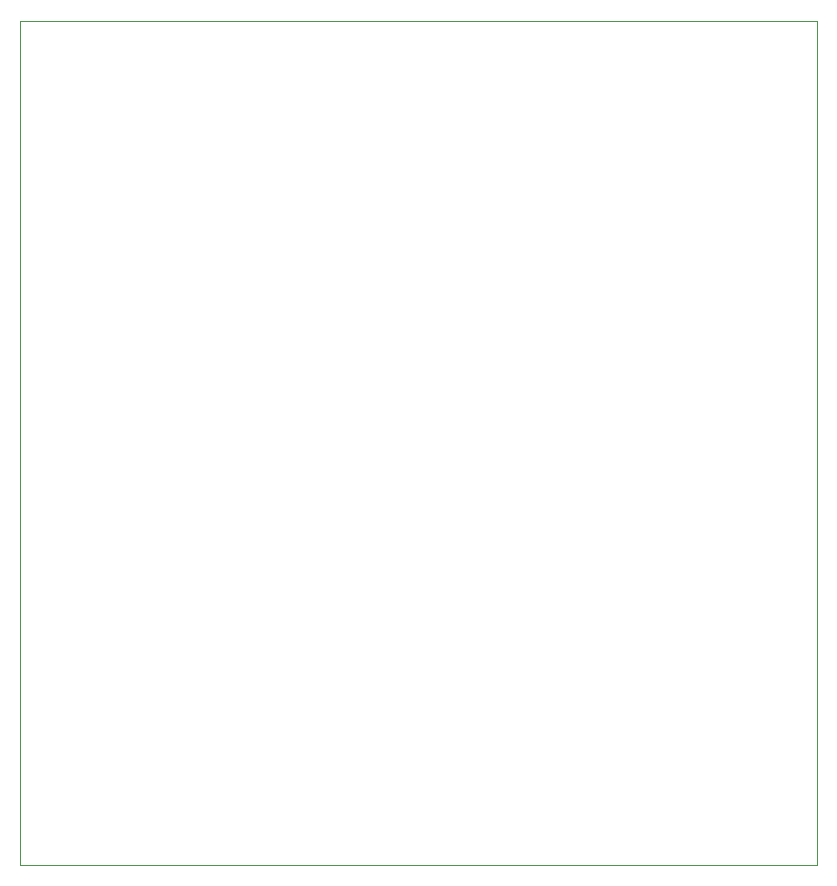
<source format=gbr>
%TF.GenerationSoftware,KiCad,Pcbnew,8.0.0-rc2*%
%TF.CreationDate,2024-01-29T17:44:33-08:00*%
%TF.ProjectId,fluke_884x_continuity_buzzer,666c756b-655f-4383-9834-785f636f6e74,REV1*%
%TF.SameCoordinates,Original*%
%TF.FileFunction,Profile,NP*%
%FSLAX46Y46*%
G04 Gerber Fmt 4.6, Leading zero omitted, Abs format (unit mm)*
G04 Created by KiCad (PCBNEW 8.0.0-rc2) date 2024-01-29 17:44:33*
%MOMM*%
%LPD*%
G01*
G04 APERTURE LIST*
%TA.AperFunction,Profile*%
%ADD10C,0.050000*%
%TD*%
G04 APERTURE END LIST*
D10*
X0Y0D02*
X67430000Y0D01*
X67430000Y-71383600D01*
X0Y-71383600D01*
X0Y0D01*
M02*

</source>
